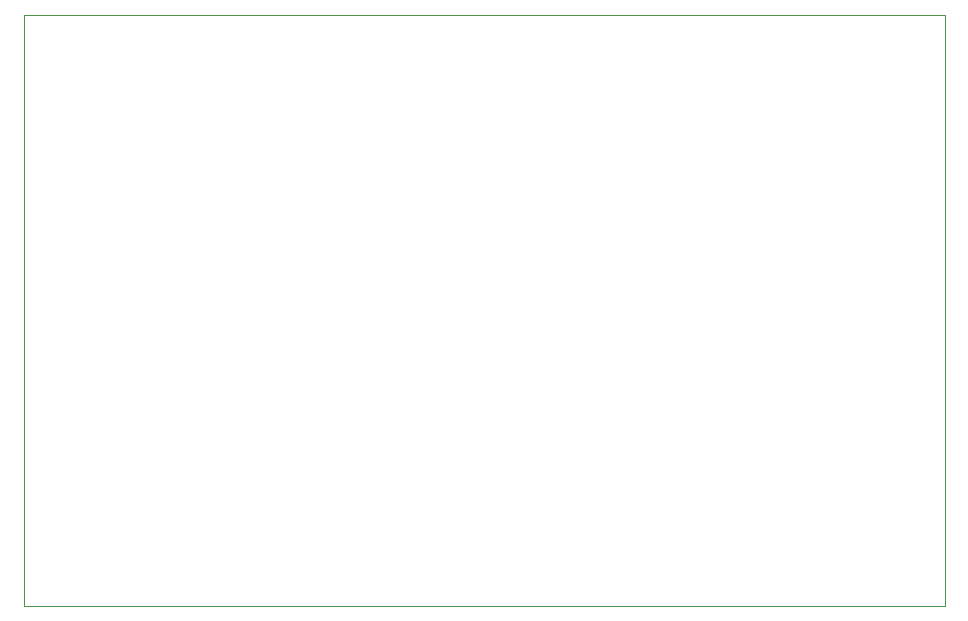
<source format=gbr>
%TF.GenerationSoftware,KiCad,Pcbnew,7.0.6*%
%TF.CreationDate,2023-07-22T23:51:01+02:00*%
%TF.ProjectId,Ctrl-MC Dsiplay Module PCB ver1,4374726c-2d4d-4432-9044-7369706c6179,rev?*%
%TF.SameCoordinates,Original*%
%TF.FileFunction,Profile,NP*%
%FSLAX46Y46*%
G04 Gerber Fmt 4.6, Leading zero omitted, Abs format (unit mm)*
G04 Created by KiCad (PCBNEW 7.0.6) date 2023-07-22 23:51:01*
%MOMM*%
%LPD*%
G01*
G04 APERTURE LIST*
%TA.AperFunction,Profile*%
%ADD10C,0.100000*%
%TD*%
G04 APERTURE END LIST*
D10*
X113395000Y-68047550D02*
X191395000Y-68047550D01*
X191395000Y-118047550D01*
X113395000Y-118047550D01*
X113395000Y-68047550D01*
M02*

</source>
